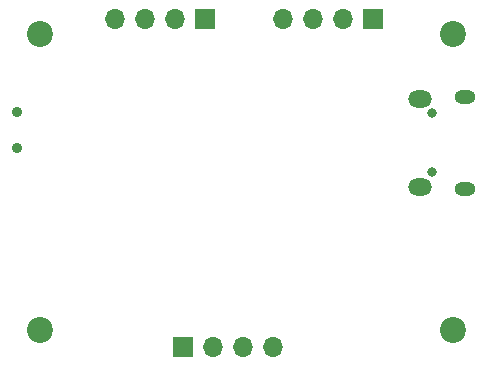
<source format=gbr>
%TF.GenerationSoftware,KiCad,Pcbnew,(6.0.9-0)*%
%TF.CreationDate,2022-12-10T19:00:01+01:00*%
%TF.ProjectId,KiCAD v6 Tutorial STM32,4b694341-4420-4763-9620-5475746f7269,rev?*%
%TF.SameCoordinates,Original*%
%TF.FileFunction,Soldermask,Bot*%
%TF.FilePolarity,Negative*%
%FSLAX46Y46*%
G04 Gerber Fmt 4.6, Leading zero omitted, Abs format (unit mm)*
G04 Created by KiCad (PCBNEW (6.0.9-0)) date 2022-12-10 19:00:01*
%MOMM*%
%LPD*%
G01*
G04 APERTURE LIST*
%ADD10C,2.200000*%
%ADD11O,0.800000X0.800000*%
%ADD12O,2.000000X1.450000*%
%ADD13O,1.800000X1.150000*%
%ADD14R,1.700000X1.700000*%
%ADD15O,1.700000X1.700000*%
%ADD16C,0.900000*%
G04 APERTURE END LIST*
D10*
%TO.C,H3*%
X127500000Y-60500000D03*
%TD*%
%TO.C,H1*%
X162500000Y-60500000D03*
%TD*%
%TO.C,H4*%
X127500000Y-85500000D03*
%TD*%
D11*
%TO.C,J1*%
X160745000Y-72200000D03*
X160745000Y-67200000D03*
D12*
X159695000Y-73425000D03*
D13*
X163495000Y-65825000D03*
X163495000Y-73575000D03*
D12*
X159695000Y-65975000D03*
%TD*%
D14*
%TO.C,J2*%
X141500000Y-59200000D03*
D15*
X138960000Y-59200000D03*
X136420000Y-59200000D03*
X133880000Y-59200000D03*
%TD*%
D14*
%TO.C,J4*%
X139600000Y-87000000D03*
D15*
X142140000Y-87000000D03*
X144680000Y-87000000D03*
X147220000Y-87000000D03*
%TD*%
D14*
%TO.C,J3*%
X155750000Y-59200000D03*
D15*
X153210000Y-59200000D03*
X150670000Y-59200000D03*
X148130000Y-59200000D03*
%TD*%
D16*
%TO.C,SW1*%
X125570000Y-70100000D03*
X125570000Y-67100000D03*
%TD*%
D10*
%TO.C,H2*%
X162500000Y-85500000D03*
%TD*%
M02*

</source>
